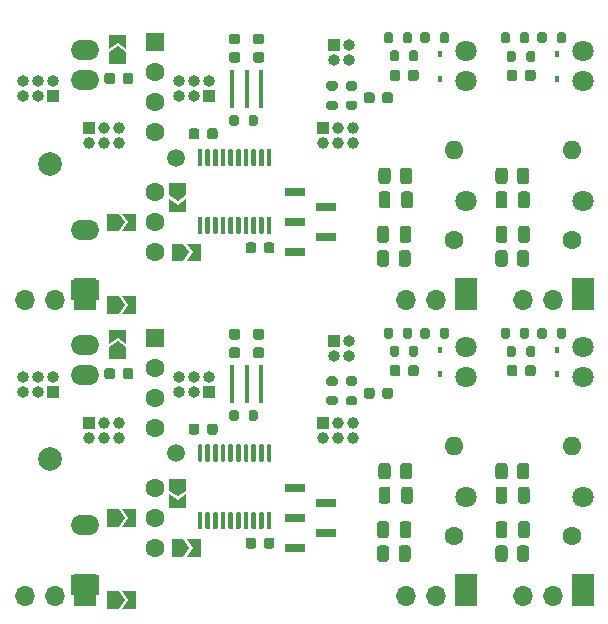
<source format=gbr>
%TF.GenerationSoftware,KiCad,Pcbnew,(5.1.10)-1*%
%TF.CreationDate,2022-01-18T18:17:05+07:00*%
%TF.ProjectId,Power_manager_v3_pnlz1x2,506f7765-725f-46d6-916e-616765725f76,rev?*%
%TF.SameCoordinates,Original*%
%TF.FileFunction,Soldermask,Top*%
%TF.FilePolarity,Negative*%
%FSLAX46Y46*%
G04 Gerber Fmt 4.6, Leading zero omitted, Abs format (unit mm)*
G04 Created by KiCad (PCBNEW (5.1.10)-1) date 2022-01-18 18:17:05*
%MOMM*%
%LPD*%
G01*
G04 APERTURE LIST*
%ADD10R,1.000000X1.000000*%
%ADD11O,1.000000X1.000000*%
%ADD12R,1.900000X2.700000*%
%ADD13O,1.700000X1.700000*%
%ADD14O,2.400000X1.700000*%
%ADD15R,2.400000X1.700000*%
%ADD16R,1.600000X1.600000*%
%ADD17C,1.600000*%
%ADD18C,1.000000*%
%ADD19R,1.800000X0.650000*%
%ADD20R,0.400000X3.200000*%
%ADD21C,0.020000*%
%ADD22C,2.000000*%
%ADD23R,1.800000X1.800000*%
%ADD24C,1.800000*%
%ADD25O,1.600000X1.600000*%
%ADD26C,1.500000*%
%ADD27R,0.450000X0.600000*%
G04 APERTURE END LIST*
D10*
%TO.C,JP4*%
X87540000Y-77632000D03*
D11*
X87540000Y-78902000D03*
X88810000Y-77632000D03*
X88810000Y-78902000D03*
%TD*%
D12*
%TO.C,J1*%
X66458000Y-98714000D03*
D13*
X63918000Y-99222000D03*
X61378000Y-99222000D03*
%TD*%
D12*
%TO.C,J3*%
X98716000Y-98714000D03*
D13*
X96176000Y-99222000D03*
X93636000Y-99222000D03*
%TD*%
D12*
%TO.C,J4*%
X108622000Y-98714000D03*
D13*
X106082000Y-99222000D03*
X103542000Y-99222000D03*
%TD*%
D14*
%TO.C,U1*%
X66458000Y-78013000D03*
X66458000Y-80553000D03*
X66458000Y-93253000D03*
D15*
X66458000Y-98333000D03*
%TD*%
D16*
%TO.C,U4*%
X72427000Y-77378000D03*
D17*
X72427000Y-79918000D03*
X72427000Y-82458000D03*
X72427000Y-84998000D03*
X72436500Y-90078000D03*
X72427000Y-92618000D03*
X72427000Y-95158000D03*
%TD*%
D10*
%TO.C,U7*%
X66839000Y-84617000D03*
D18*
X66839000Y-85887000D03*
X68109000Y-84617000D03*
X68109000Y-85887000D03*
X69379000Y-84617000D03*
X69379000Y-85887000D03*
D10*
X86651000Y-84617000D03*
D18*
X86651000Y-85887000D03*
X87921000Y-84617000D03*
X87921000Y-85887000D03*
X89191000Y-84617000D03*
X89191000Y-85887000D03*
%TD*%
D19*
%TO.C,J5*%
X86938000Y-93888000D03*
X86938000Y-91348000D03*
X84238000Y-95158000D03*
X84238000Y-92618000D03*
X84238000Y-90078000D03*
%TD*%
%TO.C,C5*%
G36*
G01*
X79408000Y-79098000D02*
X78908000Y-79098000D01*
G75*
G02*
X78683000Y-78873000I0J225000D01*
G01*
X78683000Y-78423000D01*
G75*
G02*
X78908000Y-78198000I225000J0D01*
G01*
X79408000Y-78198000D01*
G75*
G02*
X79633000Y-78423000I0J-225000D01*
G01*
X79633000Y-78873000D01*
G75*
G02*
X79408000Y-79098000I-225000J0D01*
G01*
G37*
G36*
G01*
X79408000Y-77548000D02*
X78908000Y-77548000D01*
G75*
G02*
X78683000Y-77323000I0J225000D01*
G01*
X78683000Y-76873000D01*
G75*
G02*
X78908000Y-76648000I225000J0D01*
G01*
X79408000Y-76648000D01*
G75*
G02*
X79633000Y-76873000I0J-225000D01*
G01*
X79633000Y-77323000D01*
G75*
G02*
X79408000Y-77548000I-225000J0D01*
G01*
G37*
%TD*%
%TO.C,R24*%
G36*
G01*
X78695000Y-84257000D02*
X78695000Y-83707000D01*
G75*
G02*
X78895000Y-83507000I200000J0D01*
G01*
X79295000Y-83507000D01*
G75*
G02*
X79495000Y-83707000I0J-200000D01*
G01*
X79495000Y-84257000D01*
G75*
G02*
X79295000Y-84457000I-200000J0D01*
G01*
X78895000Y-84457000D01*
G75*
G02*
X78695000Y-84257000I0J200000D01*
G01*
G37*
G36*
G01*
X80345000Y-84257000D02*
X80345000Y-83707000D01*
G75*
G02*
X80545000Y-83507000I200000J0D01*
G01*
X80945000Y-83507000D01*
G75*
G02*
X81145000Y-83707000I0J-200000D01*
G01*
X81145000Y-84257000D01*
G75*
G02*
X80945000Y-84457000I-200000J0D01*
G01*
X80545000Y-84457000D01*
G75*
G02*
X80345000Y-84257000I0J200000D01*
G01*
G37*
%TD*%
%TO.C,U5*%
G36*
G01*
X81987000Y-86409500D02*
X82187000Y-86409500D01*
G75*
G02*
X82287000Y-86509500I0J-100000D01*
G01*
X82287000Y-87784500D01*
G75*
G02*
X82187000Y-87884500I-100000J0D01*
G01*
X81987000Y-87884500D01*
G75*
G02*
X81887000Y-87784500I0J100000D01*
G01*
X81887000Y-86509500D01*
G75*
G02*
X81987000Y-86409500I100000J0D01*
G01*
G37*
G36*
G01*
X81337000Y-86409500D02*
X81537000Y-86409500D01*
G75*
G02*
X81637000Y-86509500I0J-100000D01*
G01*
X81637000Y-87784500D01*
G75*
G02*
X81537000Y-87884500I-100000J0D01*
G01*
X81337000Y-87884500D01*
G75*
G02*
X81237000Y-87784500I0J100000D01*
G01*
X81237000Y-86509500D01*
G75*
G02*
X81337000Y-86409500I100000J0D01*
G01*
G37*
G36*
G01*
X80687000Y-86409500D02*
X80887000Y-86409500D01*
G75*
G02*
X80987000Y-86509500I0J-100000D01*
G01*
X80987000Y-87784500D01*
G75*
G02*
X80887000Y-87884500I-100000J0D01*
G01*
X80687000Y-87884500D01*
G75*
G02*
X80587000Y-87784500I0J100000D01*
G01*
X80587000Y-86509500D01*
G75*
G02*
X80687000Y-86409500I100000J0D01*
G01*
G37*
G36*
G01*
X80037000Y-86409500D02*
X80237000Y-86409500D01*
G75*
G02*
X80337000Y-86509500I0J-100000D01*
G01*
X80337000Y-87784500D01*
G75*
G02*
X80237000Y-87884500I-100000J0D01*
G01*
X80037000Y-87884500D01*
G75*
G02*
X79937000Y-87784500I0J100000D01*
G01*
X79937000Y-86509500D01*
G75*
G02*
X80037000Y-86409500I100000J0D01*
G01*
G37*
G36*
G01*
X79387000Y-86409500D02*
X79587000Y-86409500D01*
G75*
G02*
X79687000Y-86509500I0J-100000D01*
G01*
X79687000Y-87784500D01*
G75*
G02*
X79587000Y-87884500I-100000J0D01*
G01*
X79387000Y-87884500D01*
G75*
G02*
X79287000Y-87784500I0J100000D01*
G01*
X79287000Y-86509500D01*
G75*
G02*
X79387000Y-86409500I100000J0D01*
G01*
G37*
G36*
G01*
X78737000Y-86409500D02*
X78937000Y-86409500D01*
G75*
G02*
X79037000Y-86509500I0J-100000D01*
G01*
X79037000Y-87784500D01*
G75*
G02*
X78937000Y-87884500I-100000J0D01*
G01*
X78737000Y-87884500D01*
G75*
G02*
X78637000Y-87784500I0J100000D01*
G01*
X78637000Y-86509500D01*
G75*
G02*
X78737000Y-86409500I100000J0D01*
G01*
G37*
G36*
G01*
X78087000Y-86409500D02*
X78287000Y-86409500D01*
G75*
G02*
X78387000Y-86509500I0J-100000D01*
G01*
X78387000Y-87784500D01*
G75*
G02*
X78287000Y-87884500I-100000J0D01*
G01*
X78087000Y-87884500D01*
G75*
G02*
X77987000Y-87784500I0J100000D01*
G01*
X77987000Y-86509500D01*
G75*
G02*
X78087000Y-86409500I100000J0D01*
G01*
G37*
G36*
G01*
X77437000Y-86409500D02*
X77637000Y-86409500D01*
G75*
G02*
X77737000Y-86509500I0J-100000D01*
G01*
X77737000Y-87784500D01*
G75*
G02*
X77637000Y-87884500I-100000J0D01*
G01*
X77437000Y-87884500D01*
G75*
G02*
X77337000Y-87784500I0J100000D01*
G01*
X77337000Y-86509500D01*
G75*
G02*
X77437000Y-86409500I100000J0D01*
G01*
G37*
G36*
G01*
X76787000Y-86409500D02*
X76987000Y-86409500D01*
G75*
G02*
X77087000Y-86509500I0J-100000D01*
G01*
X77087000Y-87784500D01*
G75*
G02*
X76987000Y-87884500I-100000J0D01*
G01*
X76787000Y-87884500D01*
G75*
G02*
X76687000Y-87784500I0J100000D01*
G01*
X76687000Y-86509500D01*
G75*
G02*
X76787000Y-86409500I100000J0D01*
G01*
G37*
G36*
G01*
X76137000Y-86409500D02*
X76337000Y-86409500D01*
G75*
G02*
X76437000Y-86509500I0J-100000D01*
G01*
X76437000Y-87784500D01*
G75*
G02*
X76337000Y-87884500I-100000J0D01*
G01*
X76137000Y-87884500D01*
G75*
G02*
X76037000Y-87784500I0J100000D01*
G01*
X76037000Y-86509500D01*
G75*
G02*
X76137000Y-86409500I100000J0D01*
G01*
G37*
G36*
G01*
X76137000Y-92134500D02*
X76337000Y-92134500D01*
G75*
G02*
X76437000Y-92234500I0J-100000D01*
G01*
X76437000Y-93509500D01*
G75*
G02*
X76337000Y-93609500I-100000J0D01*
G01*
X76137000Y-93609500D01*
G75*
G02*
X76037000Y-93509500I0J100000D01*
G01*
X76037000Y-92234500D01*
G75*
G02*
X76137000Y-92134500I100000J0D01*
G01*
G37*
G36*
G01*
X76787000Y-92134500D02*
X76987000Y-92134500D01*
G75*
G02*
X77087000Y-92234500I0J-100000D01*
G01*
X77087000Y-93509500D01*
G75*
G02*
X76987000Y-93609500I-100000J0D01*
G01*
X76787000Y-93609500D01*
G75*
G02*
X76687000Y-93509500I0J100000D01*
G01*
X76687000Y-92234500D01*
G75*
G02*
X76787000Y-92134500I100000J0D01*
G01*
G37*
G36*
G01*
X77437000Y-92134500D02*
X77637000Y-92134500D01*
G75*
G02*
X77737000Y-92234500I0J-100000D01*
G01*
X77737000Y-93509500D01*
G75*
G02*
X77637000Y-93609500I-100000J0D01*
G01*
X77437000Y-93609500D01*
G75*
G02*
X77337000Y-93509500I0J100000D01*
G01*
X77337000Y-92234500D01*
G75*
G02*
X77437000Y-92134500I100000J0D01*
G01*
G37*
G36*
G01*
X78087000Y-92134500D02*
X78287000Y-92134500D01*
G75*
G02*
X78387000Y-92234500I0J-100000D01*
G01*
X78387000Y-93509500D01*
G75*
G02*
X78287000Y-93609500I-100000J0D01*
G01*
X78087000Y-93609500D01*
G75*
G02*
X77987000Y-93509500I0J100000D01*
G01*
X77987000Y-92234500D01*
G75*
G02*
X78087000Y-92134500I100000J0D01*
G01*
G37*
G36*
G01*
X78737000Y-92134500D02*
X78937000Y-92134500D01*
G75*
G02*
X79037000Y-92234500I0J-100000D01*
G01*
X79037000Y-93509500D01*
G75*
G02*
X78937000Y-93609500I-100000J0D01*
G01*
X78737000Y-93609500D01*
G75*
G02*
X78637000Y-93509500I0J100000D01*
G01*
X78637000Y-92234500D01*
G75*
G02*
X78737000Y-92134500I100000J0D01*
G01*
G37*
G36*
G01*
X79387000Y-92134500D02*
X79587000Y-92134500D01*
G75*
G02*
X79687000Y-92234500I0J-100000D01*
G01*
X79687000Y-93509500D01*
G75*
G02*
X79587000Y-93609500I-100000J0D01*
G01*
X79387000Y-93609500D01*
G75*
G02*
X79287000Y-93509500I0J100000D01*
G01*
X79287000Y-92234500D01*
G75*
G02*
X79387000Y-92134500I100000J0D01*
G01*
G37*
G36*
G01*
X80037000Y-92134500D02*
X80237000Y-92134500D01*
G75*
G02*
X80337000Y-92234500I0J-100000D01*
G01*
X80337000Y-93509500D01*
G75*
G02*
X80237000Y-93609500I-100000J0D01*
G01*
X80037000Y-93609500D01*
G75*
G02*
X79937000Y-93509500I0J100000D01*
G01*
X79937000Y-92234500D01*
G75*
G02*
X80037000Y-92134500I100000J0D01*
G01*
G37*
G36*
G01*
X80687000Y-92134500D02*
X80887000Y-92134500D01*
G75*
G02*
X80987000Y-92234500I0J-100000D01*
G01*
X80987000Y-93509500D01*
G75*
G02*
X80887000Y-93609500I-100000J0D01*
G01*
X80687000Y-93609500D01*
G75*
G02*
X80587000Y-93509500I0J100000D01*
G01*
X80587000Y-92234500D01*
G75*
G02*
X80687000Y-92134500I100000J0D01*
G01*
G37*
G36*
G01*
X81337000Y-92134500D02*
X81537000Y-92134500D01*
G75*
G02*
X81637000Y-92234500I0J-100000D01*
G01*
X81637000Y-93509500D01*
G75*
G02*
X81537000Y-93609500I-100000J0D01*
G01*
X81337000Y-93609500D01*
G75*
G02*
X81237000Y-93509500I0J100000D01*
G01*
X81237000Y-92234500D01*
G75*
G02*
X81337000Y-92134500I100000J0D01*
G01*
G37*
G36*
G01*
X81987000Y-92134500D02*
X82187000Y-92134500D01*
G75*
G02*
X82287000Y-92234500I0J-100000D01*
G01*
X82287000Y-93509500D01*
G75*
G02*
X82187000Y-93609500I-100000J0D01*
G01*
X81987000Y-93609500D01*
G75*
G02*
X81887000Y-93509500I0J100000D01*
G01*
X81887000Y-92234500D01*
G75*
G02*
X81987000Y-92134500I100000J0D01*
G01*
G37*
%TD*%
D20*
%TO.C,Y1*%
X81374000Y-81315000D03*
X80174000Y-81315000D03*
X78974000Y-81315000D03*
%TD*%
%TO.C,C7*%
G36*
G01*
X90112000Y-82327000D02*
X90112000Y-81827000D01*
G75*
G02*
X90337000Y-81602000I225000J0D01*
G01*
X90787000Y-81602000D01*
G75*
G02*
X91012000Y-81827000I0J-225000D01*
G01*
X91012000Y-82327000D01*
G75*
G02*
X90787000Y-82552000I-225000J0D01*
G01*
X90337000Y-82552000D01*
G75*
G02*
X90112000Y-82327000I0J225000D01*
G01*
G37*
G36*
G01*
X91662000Y-82327000D02*
X91662000Y-81827000D01*
G75*
G02*
X91887000Y-81602000I225000J0D01*
G01*
X92337000Y-81602000D01*
G75*
G02*
X92562000Y-81827000I0J-225000D01*
G01*
X92562000Y-82327000D01*
G75*
G02*
X92337000Y-82552000I-225000J0D01*
G01*
X91887000Y-82552000D01*
G75*
G02*
X91662000Y-82327000I0J225000D01*
G01*
G37*
%TD*%
%TO.C,C15*%
G36*
G01*
X80092000Y-95027000D02*
X80092000Y-94527000D01*
G75*
G02*
X80317000Y-94302000I225000J0D01*
G01*
X80767000Y-94302000D01*
G75*
G02*
X80992000Y-94527000I0J-225000D01*
G01*
X80992000Y-95027000D01*
G75*
G02*
X80767000Y-95252000I-225000J0D01*
G01*
X80317000Y-95252000D01*
G75*
G02*
X80092000Y-95027000I0J225000D01*
G01*
G37*
G36*
G01*
X81642000Y-95027000D02*
X81642000Y-94527000D01*
G75*
G02*
X81867000Y-94302000I225000J0D01*
G01*
X82317000Y-94302000D01*
G75*
G02*
X82542000Y-94527000I0J-225000D01*
G01*
X82542000Y-95027000D01*
G75*
G02*
X82317000Y-95252000I-225000J0D01*
G01*
X81867000Y-95252000D01*
G75*
G02*
X81642000Y-95027000I0J225000D01*
G01*
G37*
%TD*%
D21*
%TO.C,JP3*%
G36*
X70002000Y-76751000D02*
G01*
X70002000Y-77901000D01*
X69252000Y-77401000D01*
X68502000Y-77901000D01*
X68502000Y-76751000D01*
X70002000Y-76751000D01*
G37*
G36*
X69252000Y-77701000D02*
G01*
X70002000Y-78201000D01*
X70002000Y-79201000D01*
X68502000Y-79201000D01*
X68502000Y-78201000D01*
X69252000Y-77701000D01*
G37*
%TD*%
%TO.C,JP5*%
G36*
X73582000Y-91774000D02*
G01*
X73582000Y-90624000D01*
X74332000Y-91124000D01*
X75082000Y-90624000D01*
X75082000Y-91774000D01*
X73582000Y-91774000D01*
G37*
G36*
X74332000Y-90824000D02*
G01*
X73582000Y-90324000D01*
X73582000Y-89324000D01*
X75082000Y-89324000D01*
X75082000Y-90324000D01*
X74332000Y-90824000D01*
G37*
%TD*%
%TO.C,JP6*%
G36*
X76282000Y-95908000D02*
G01*
X75132000Y-95908000D01*
X75632000Y-95158000D01*
X75132000Y-94408000D01*
X76282000Y-94408000D01*
X76282000Y-95908000D01*
G37*
G36*
X75332000Y-95158000D02*
G01*
X74832000Y-95908000D01*
X73832000Y-95908000D01*
X73832000Y-94408000D01*
X74832000Y-94408000D01*
X75332000Y-95158000D01*
G37*
%TD*%
D22*
%TO.C,GND1*%
X63537000Y-87665000D03*
%TD*%
%TO.C,C4*%
G36*
G01*
X81440000Y-79098000D02*
X80940000Y-79098000D01*
G75*
G02*
X80715000Y-78873000I0J225000D01*
G01*
X80715000Y-78423000D01*
G75*
G02*
X80940000Y-78198000I225000J0D01*
G01*
X81440000Y-78198000D01*
G75*
G02*
X81665000Y-78423000I0J-225000D01*
G01*
X81665000Y-78873000D01*
G75*
G02*
X81440000Y-79098000I-225000J0D01*
G01*
G37*
G36*
G01*
X81440000Y-77548000D02*
X80940000Y-77548000D01*
G75*
G02*
X80715000Y-77323000I0J225000D01*
G01*
X80715000Y-76873000D01*
G75*
G02*
X80940000Y-76648000I225000J0D01*
G01*
X81440000Y-76648000D01*
G75*
G02*
X81665000Y-76873000I0J-225000D01*
G01*
X81665000Y-77323000D01*
G75*
G02*
X81440000Y-77548000I-225000J0D01*
G01*
G37*
%TD*%
%TO.C,R18*%
G36*
G01*
X94068500Y-95215999D02*
X94068500Y-96116001D01*
G75*
G02*
X93818501Y-96366000I-249999J0D01*
G01*
X93293499Y-96366000D01*
G75*
G02*
X93043500Y-96116001I0J249999D01*
G01*
X93043500Y-95215999D01*
G75*
G02*
X93293499Y-94966000I249999J0D01*
G01*
X93818501Y-94966000D01*
G75*
G02*
X94068500Y-95215999I0J-249999D01*
G01*
G37*
G36*
G01*
X92243500Y-95215999D02*
X92243500Y-96116001D01*
G75*
G02*
X91993501Y-96366000I-249999J0D01*
G01*
X91468499Y-96366000D01*
G75*
G02*
X91218500Y-96116001I0J249999D01*
G01*
X91218500Y-95215999D01*
G75*
G02*
X91468499Y-94966000I249999J0D01*
G01*
X91993501Y-94966000D01*
G75*
G02*
X92243500Y-95215999I0J-249999D01*
G01*
G37*
%TD*%
%TO.C,R19*%
G36*
G01*
X94195500Y-88230999D02*
X94195500Y-89131001D01*
G75*
G02*
X93945501Y-89381000I-249999J0D01*
G01*
X93420499Y-89381000D01*
G75*
G02*
X93170500Y-89131001I0J249999D01*
G01*
X93170500Y-88230999D01*
G75*
G02*
X93420499Y-87981000I249999J0D01*
G01*
X93945501Y-87981000D01*
G75*
G02*
X94195500Y-88230999I0J-249999D01*
G01*
G37*
G36*
G01*
X92370500Y-88230999D02*
X92370500Y-89131001D01*
G75*
G02*
X92120501Y-89381000I-249999J0D01*
G01*
X91595499Y-89381000D01*
G75*
G02*
X91345500Y-89131001I0J249999D01*
G01*
X91345500Y-88230999D01*
G75*
G02*
X91595499Y-87981000I249999J0D01*
G01*
X92120501Y-87981000D01*
G75*
G02*
X92370500Y-88230999I0J-249999D01*
G01*
G37*
%TD*%
%TO.C,R20*%
G36*
G01*
X102276500Y-95215999D02*
X102276500Y-96116001D01*
G75*
G02*
X102026501Y-96366000I-249999J0D01*
G01*
X101501499Y-96366000D01*
G75*
G02*
X101251500Y-96116001I0J249999D01*
G01*
X101251500Y-95215999D01*
G75*
G02*
X101501499Y-94966000I249999J0D01*
G01*
X102026501Y-94966000D01*
G75*
G02*
X102276500Y-95215999I0J-249999D01*
G01*
G37*
G36*
G01*
X104101500Y-95215999D02*
X104101500Y-96116001D01*
G75*
G02*
X103851501Y-96366000I-249999J0D01*
G01*
X103326499Y-96366000D01*
G75*
G02*
X103076500Y-96116001I0J249999D01*
G01*
X103076500Y-95215999D01*
G75*
G02*
X103326499Y-94966000I249999J0D01*
G01*
X103851501Y-94966000D01*
G75*
G02*
X104101500Y-95215999I0J-249999D01*
G01*
G37*
%TD*%
%TO.C,R21*%
G36*
G01*
X104101500Y-88230999D02*
X104101500Y-89131001D01*
G75*
G02*
X103851501Y-89381000I-249999J0D01*
G01*
X103326499Y-89381000D01*
G75*
G02*
X103076500Y-89131001I0J249999D01*
G01*
X103076500Y-88230999D01*
G75*
G02*
X103326499Y-87981000I249999J0D01*
G01*
X103851501Y-87981000D01*
G75*
G02*
X104101500Y-88230999I0J-249999D01*
G01*
G37*
G36*
G01*
X102276500Y-88230999D02*
X102276500Y-89131001D01*
G75*
G02*
X102026501Y-89381000I-249999J0D01*
G01*
X101501499Y-89381000D01*
G75*
G02*
X101251500Y-89131001I0J249999D01*
G01*
X101251500Y-88230999D01*
G75*
G02*
X101501499Y-87981000I249999J0D01*
G01*
X102026501Y-87981000D01*
G75*
G02*
X102276500Y-88230999I0J-249999D01*
G01*
G37*
%TD*%
D23*
%TO.C,U2*%
X98716000Y-98460000D03*
D24*
X98716000Y-90840000D03*
X98716000Y-80680000D03*
X98716000Y-78140000D03*
%TD*%
D21*
%TO.C,JP2*%
G36*
X70821000Y-93368000D02*
G01*
X69671000Y-93368000D01*
X70171000Y-92618000D01*
X69671000Y-91868000D01*
X70821000Y-91868000D01*
X70821000Y-93368000D01*
G37*
G36*
X69871000Y-92618000D02*
G01*
X69371000Y-93368000D01*
X68371000Y-93368000D01*
X68371000Y-91868000D01*
X69371000Y-91868000D01*
X69871000Y-92618000D01*
G37*
%TD*%
%TO.C,R23*%
G36*
G01*
X87138000Y-80661000D02*
X87688000Y-80661000D01*
G75*
G02*
X87888000Y-80861000I0J-200000D01*
G01*
X87888000Y-81261000D01*
G75*
G02*
X87688000Y-81461000I-200000J0D01*
G01*
X87138000Y-81461000D01*
G75*
G02*
X86938000Y-81261000I0J200000D01*
G01*
X86938000Y-80861000D01*
G75*
G02*
X87138000Y-80661000I200000J0D01*
G01*
G37*
G36*
G01*
X87138000Y-82311000D02*
X87688000Y-82311000D01*
G75*
G02*
X87888000Y-82511000I0J-200000D01*
G01*
X87888000Y-82911000D01*
G75*
G02*
X87688000Y-83111000I-200000J0D01*
G01*
X87138000Y-83111000D01*
G75*
G02*
X86938000Y-82911000I0J200000D01*
G01*
X86938000Y-82511000D01*
G75*
G02*
X87138000Y-82311000I200000J0D01*
G01*
G37*
%TD*%
%TO.C,R25*%
G36*
G01*
X89339000Y-83112000D02*
X88789000Y-83112000D01*
G75*
G02*
X88589000Y-82912000I0J200000D01*
G01*
X88589000Y-82512000D01*
G75*
G02*
X88789000Y-82312000I200000J0D01*
G01*
X89339000Y-82312000D01*
G75*
G02*
X89539000Y-82512000I0J-200000D01*
G01*
X89539000Y-82912000D01*
G75*
G02*
X89339000Y-83112000I-200000J0D01*
G01*
G37*
G36*
G01*
X89339000Y-81462000D02*
X88789000Y-81462000D01*
G75*
G02*
X88589000Y-81262000I0J200000D01*
G01*
X88589000Y-80862000D01*
G75*
G02*
X88789000Y-80662000I200000J0D01*
G01*
X89339000Y-80662000D01*
G75*
G02*
X89539000Y-80862000I0J-200000D01*
G01*
X89539000Y-81262000D01*
G75*
G02*
X89339000Y-81462000I-200000J0D01*
G01*
G37*
%TD*%
D17*
%TO.C,F1*%
X97700000Y-94142000D03*
D25*
X97700000Y-86522000D03*
%TD*%
D26*
%TO.C,KP1*%
X74205000Y-87157000D03*
%TD*%
%TO.C,C17*%
G36*
G01*
X75279000Y-85375000D02*
X75279000Y-84875000D01*
G75*
G02*
X75504000Y-84650000I225000J0D01*
G01*
X75954000Y-84650000D01*
G75*
G02*
X76179000Y-84875000I0J-225000D01*
G01*
X76179000Y-85375000D01*
G75*
G02*
X75954000Y-85600000I-225000J0D01*
G01*
X75504000Y-85600000D01*
G75*
G02*
X75279000Y-85375000I0J225000D01*
G01*
G37*
G36*
G01*
X76829000Y-85375000D02*
X76829000Y-84875000D01*
G75*
G02*
X77054000Y-84650000I225000J0D01*
G01*
X77504000Y-84650000D01*
G75*
G02*
X77729000Y-84875000I0J-225000D01*
G01*
X77729000Y-85375000D01*
G75*
G02*
X77504000Y-85600000I-225000J0D01*
G01*
X77054000Y-85600000D01*
G75*
G02*
X76829000Y-85375000I0J225000D01*
G01*
G37*
%TD*%
D10*
%TO.C,J6*%
X76999000Y-81950000D03*
D11*
X76999000Y-80680000D03*
X75729000Y-81950000D03*
X75729000Y-80680000D03*
X74459000Y-81950000D03*
X74459000Y-80680000D03*
%TD*%
%TO.C,R6*%
G36*
G01*
X94733500Y-78246000D02*
X94733500Y-78796000D01*
G75*
G02*
X94533500Y-78996000I-200000J0D01*
G01*
X94133500Y-78996000D01*
G75*
G02*
X93933500Y-78796000I0J200000D01*
G01*
X93933500Y-78246000D01*
G75*
G02*
X94133500Y-78046000I200000J0D01*
G01*
X94533500Y-78046000D01*
G75*
G02*
X94733500Y-78246000I0J-200000D01*
G01*
G37*
G36*
G01*
X93083500Y-78246000D02*
X93083500Y-78796000D01*
G75*
G02*
X92883500Y-78996000I-200000J0D01*
G01*
X92483500Y-78996000D01*
G75*
G02*
X92283500Y-78796000I0J200000D01*
G01*
X92283500Y-78246000D01*
G75*
G02*
X92483500Y-78046000I200000J0D01*
G01*
X92883500Y-78046000D01*
G75*
G02*
X93083500Y-78246000I0J-200000D01*
G01*
G37*
%TD*%
%TO.C,R8*%
G36*
G01*
X104793000Y-77272000D02*
X104793000Y-76722000D01*
G75*
G02*
X104993000Y-76522000I200000J0D01*
G01*
X105393000Y-76522000D01*
G75*
G02*
X105593000Y-76722000I0J-200000D01*
G01*
X105593000Y-77272000D01*
G75*
G02*
X105393000Y-77472000I-200000J0D01*
G01*
X104993000Y-77472000D01*
G75*
G02*
X104793000Y-77272000I0J200000D01*
G01*
G37*
G36*
G01*
X106443000Y-77272000D02*
X106443000Y-76722000D01*
G75*
G02*
X106643000Y-76522000I200000J0D01*
G01*
X107043000Y-76522000D01*
G75*
G02*
X107243000Y-76722000I0J-200000D01*
G01*
X107243000Y-77272000D01*
G75*
G02*
X107043000Y-77472000I-200000J0D01*
G01*
X106643000Y-77472000D01*
G75*
G02*
X106443000Y-77272000I0J200000D01*
G01*
G37*
%TD*%
%TO.C,R9*%
G36*
G01*
X104639500Y-78284100D02*
X104639500Y-78834100D01*
G75*
G02*
X104439500Y-79034100I-200000J0D01*
G01*
X104039500Y-79034100D01*
G75*
G02*
X103839500Y-78834100I0J200000D01*
G01*
X103839500Y-78284100D01*
G75*
G02*
X104039500Y-78084100I200000J0D01*
G01*
X104439500Y-78084100D01*
G75*
G02*
X104639500Y-78284100I0J-200000D01*
G01*
G37*
G36*
G01*
X102989500Y-78284100D02*
X102989500Y-78834100D01*
G75*
G02*
X102789500Y-79034100I-200000J0D01*
G01*
X102389500Y-79034100D01*
G75*
G02*
X102189500Y-78834100I0J200000D01*
G01*
X102189500Y-78284100D01*
G75*
G02*
X102389500Y-78084100I200000J0D01*
G01*
X102789500Y-78084100D01*
G75*
G02*
X102989500Y-78284100I0J-200000D01*
G01*
G37*
%TD*%
%TO.C,C9*%
G36*
G01*
X94131000Y-93159000D02*
X94131000Y-94109000D01*
G75*
G02*
X93881000Y-94359000I-250000J0D01*
G01*
X93381000Y-94359000D01*
G75*
G02*
X93131000Y-94109000I0J250000D01*
G01*
X93131000Y-93159000D01*
G75*
G02*
X93381000Y-92909000I250000J0D01*
G01*
X93881000Y-92909000D01*
G75*
G02*
X94131000Y-93159000I0J-250000D01*
G01*
G37*
G36*
G01*
X92231000Y-93159000D02*
X92231000Y-94109000D01*
G75*
G02*
X91981000Y-94359000I-250000J0D01*
G01*
X91481000Y-94359000D01*
G75*
G02*
X91231000Y-94109000I0J250000D01*
G01*
X91231000Y-93159000D01*
G75*
G02*
X91481000Y-92909000I250000J0D01*
G01*
X91981000Y-92909000D01*
G75*
G02*
X92231000Y-93159000I0J-250000D01*
G01*
G37*
%TD*%
%TO.C,C10*%
G36*
G01*
X91363000Y-91188000D02*
X91363000Y-90238000D01*
G75*
G02*
X91613000Y-89988000I250000J0D01*
G01*
X92113000Y-89988000D01*
G75*
G02*
X92363000Y-90238000I0J-250000D01*
G01*
X92363000Y-91188000D01*
G75*
G02*
X92113000Y-91438000I-250000J0D01*
G01*
X91613000Y-91438000D01*
G75*
G02*
X91363000Y-91188000I0J250000D01*
G01*
G37*
G36*
G01*
X93263000Y-91188000D02*
X93263000Y-90238000D01*
G75*
G02*
X93513000Y-89988000I250000J0D01*
G01*
X94013000Y-89988000D01*
G75*
G02*
X94263000Y-90238000I0J-250000D01*
G01*
X94263000Y-91188000D01*
G75*
G02*
X94013000Y-91438000I-250000J0D01*
G01*
X93513000Y-91438000D01*
G75*
G02*
X93263000Y-91188000I0J250000D01*
G01*
G37*
%TD*%
%TO.C,C11*%
G36*
G01*
X104169000Y-93159000D02*
X104169000Y-94109000D01*
G75*
G02*
X103919000Y-94359000I-250000J0D01*
G01*
X103419000Y-94359000D01*
G75*
G02*
X103169000Y-94109000I0J250000D01*
G01*
X103169000Y-93159000D01*
G75*
G02*
X103419000Y-92909000I250000J0D01*
G01*
X103919000Y-92909000D01*
G75*
G02*
X104169000Y-93159000I0J-250000D01*
G01*
G37*
G36*
G01*
X102269000Y-93159000D02*
X102269000Y-94109000D01*
G75*
G02*
X102019000Y-94359000I-250000J0D01*
G01*
X101519000Y-94359000D01*
G75*
G02*
X101269000Y-94109000I0J250000D01*
G01*
X101269000Y-93159000D01*
G75*
G02*
X101519000Y-92909000I250000J0D01*
G01*
X102019000Y-92909000D01*
G75*
G02*
X102269000Y-93159000I0J-250000D01*
G01*
G37*
%TD*%
%TO.C,C12*%
G36*
G01*
X101264000Y-91188000D02*
X101264000Y-90238000D01*
G75*
G02*
X101514000Y-89988000I250000J0D01*
G01*
X102014000Y-89988000D01*
G75*
G02*
X102264000Y-90238000I0J-250000D01*
G01*
X102264000Y-91188000D01*
G75*
G02*
X102014000Y-91438000I-250000J0D01*
G01*
X101514000Y-91438000D01*
G75*
G02*
X101264000Y-91188000I0J250000D01*
G01*
G37*
G36*
G01*
X103164000Y-91188000D02*
X103164000Y-90238000D01*
G75*
G02*
X103414000Y-89988000I250000J0D01*
G01*
X103914000Y-89988000D01*
G75*
G02*
X104164000Y-90238000I0J-250000D01*
G01*
X104164000Y-91188000D01*
G75*
G02*
X103914000Y-91438000I-250000J0D01*
G01*
X103414000Y-91438000D01*
G75*
G02*
X103164000Y-91188000I0J250000D01*
G01*
G37*
%TD*%
D17*
%TO.C,F2*%
X107733000Y-94142000D03*
D25*
X107733000Y-86522000D03*
%TD*%
D10*
%TO.C,J2*%
X63791000Y-81950000D03*
D11*
X63791000Y-80680000D03*
X62521000Y-81950000D03*
X62521000Y-80680000D03*
X61251000Y-81950000D03*
X61251000Y-80680000D03*
%TD*%
D21*
%TO.C,JP1*%
G36*
X70821000Y-100353000D02*
G01*
X69671000Y-100353000D01*
X70171000Y-99603000D01*
X69671000Y-98853000D01*
X70821000Y-98853000D01*
X70821000Y-100353000D01*
G37*
G36*
X69871000Y-99603000D02*
G01*
X69371000Y-100353000D01*
X68371000Y-100353000D01*
X68371000Y-98853000D01*
X69371000Y-98853000D01*
X69871000Y-99603000D01*
G37*
%TD*%
D23*
%TO.C,U3*%
X108622000Y-98460000D03*
D24*
X108622000Y-90840000D03*
X108622000Y-80680000D03*
X108622000Y-78140000D03*
%TD*%
%TO.C,C3*%
G36*
G01*
X70591000Y-80176000D02*
X70591000Y-80676000D01*
G75*
G02*
X70366000Y-80901000I-225000J0D01*
G01*
X69916000Y-80901000D01*
G75*
G02*
X69691000Y-80676000I0J225000D01*
G01*
X69691000Y-80176000D01*
G75*
G02*
X69916000Y-79951000I225000J0D01*
G01*
X70366000Y-79951000D01*
G75*
G02*
X70591000Y-80176000I0J-225000D01*
G01*
G37*
G36*
G01*
X69041000Y-80176000D02*
X69041000Y-80676000D01*
G75*
G02*
X68816000Y-80901000I-225000J0D01*
G01*
X68366000Y-80901000D01*
G75*
G02*
X68141000Y-80676000I0J225000D01*
G01*
X68141000Y-80176000D01*
G75*
G02*
X68366000Y-79951000I225000J0D01*
G01*
X68816000Y-79951000D01*
G75*
G02*
X69041000Y-80176000I0J-225000D01*
G01*
G37*
%TD*%
%TO.C,C1*%
G36*
G01*
X92297000Y-80422000D02*
X92297000Y-79922000D01*
G75*
G02*
X92522000Y-79697000I225000J0D01*
G01*
X92972000Y-79697000D01*
G75*
G02*
X93197000Y-79922000I0J-225000D01*
G01*
X93197000Y-80422000D01*
G75*
G02*
X92972000Y-80647000I-225000J0D01*
G01*
X92522000Y-80647000D01*
G75*
G02*
X92297000Y-80422000I0J225000D01*
G01*
G37*
G36*
G01*
X93847000Y-80422000D02*
X93847000Y-79922000D01*
G75*
G02*
X94072000Y-79697000I225000J0D01*
G01*
X94522000Y-79697000D01*
G75*
G02*
X94747000Y-79922000I0J-225000D01*
G01*
X94747000Y-80422000D01*
G75*
G02*
X94522000Y-80647000I-225000J0D01*
G01*
X94072000Y-80647000D01*
G75*
G02*
X93847000Y-80422000I0J225000D01*
G01*
G37*
%TD*%
%TO.C,C2*%
G36*
G01*
X102203000Y-80422000D02*
X102203000Y-79922000D01*
G75*
G02*
X102428000Y-79697000I225000J0D01*
G01*
X102878000Y-79697000D01*
G75*
G02*
X103103000Y-79922000I0J-225000D01*
G01*
X103103000Y-80422000D01*
G75*
G02*
X102878000Y-80647000I-225000J0D01*
G01*
X102428000Y-80647000D01*
G75*
G02*
X102203000Y-80422000I0J225000D01*
G01*
G37*
G36*
G01*
X103753000Y-80422000D02*
X103753000Y-79922000D01*
G75*
G02*
X103978000Y-79697000I225000J0D01*
G01*
X104428000Y-79697000D01*
G75*
G02*
X104653000Y-79922000I0J-225000D01*
G01*
X104653000Y-80422000D01*
G75*
G02*
X104428000Y-80647000I-225000J0D01*
G01*
X103978000Y-80647000D01*
G75*
G02*
X103753000Y-80422000I0J225000D01*
G01*
G37*
%TD*%
D27*
%TO.C,D3*%
X96557000Y-80494000D03*
X96557000Y-78394000D03*
%TD*%
%TO.C,D4*%
X106463000Y-80494000D03*
X106463000Y-78394000D03*
%TD*%
%TO.C,R1*%
G36*
G01*
X94225500Y-76722000D02*
X94225500Y-77272000D01*
G75*
G02*
X94025500Y-77472000I-200000J0D01*
G01*
X93625500Y-77472000D01*
G75*
G02*
X93425500Y-77272000I0J200000D01*
G01*
X93425500Y-76722000D01*
G75*
G02*
X93625500Y-76522000I200000J0D01*
G01*
X94025500Y-76522000D01*
G75*
G02*
X94225500Y-76722000I0J-200000D01*
G01*
G37*
G36*
G01*
X92575500Y-76722000D02*
X92575500Y-77272000D01*
G75*
G02*
X92375500Y-77472000I-200000J0D01*
G01*
X91975500Y-77472000D01*
G75*
G02*
X91775500Y-77272000I0J200000D01*
G01*
X91775500Y-76722000D01*
G75*
G02*
X91975500Y-76522000I200000J0D01*
G01*
X92375500Y-76522000D01*
G75*
G02*
X92575500Y-76722000I0J-200000D01*
G01*
G37*
%TD*%
%TO.C,R2*%
G36*
G01*
X104131500Y-76722000D02*
X104131500Y-77272000D01*
G75*
G02*
X103931500Y-77472000I-200000J0D01*
G01*
X103531500Y-77472000D01*
G75*
G02*
X103331500Y-77272000I0J200000D01*
G01*
X103331500Y-76722000D01*
G75*
G02*
X103531500Y-76522000I200000J0D01*
G01*
X103931500Y-76522000D01*
G75*
G02*
X104131500Y-76722000I0J-200000D01*
G01*
G37*
G36*
G01*
X102481500Y-76722000D02*
X102481500Y-77272000D01*
G75*
G02*
X102281500Y-77472000I-200000J0D01*
G01*
X101881500Y-77472000D01*
G75*
G02*
X101681500Y-77272000I0J200000D01*
G01*
X101681500Y-76722000D01*
G75*
G02*
X101881500Y-76522000I200000J0D01*
G01*
X102281500Y-76522000D01*
G75*
G02*
X102481500Y-76722000I0J-200000D01*
G01*
G37*
%TD*%
%TO.C,R5*%
G36*
G01*
X94887000Y-77272000D02*
X94887000Y-76722000D01*
G75*
G02*
X95087000Y-76522000I200000J0D01*
G01*
X95487000Y-76522000D01*
G75*
G02*
X95687000Y-76722000I0J-200000D01*
G01*
X95687000Y-77272000D01*
G75*
G02*
X95487000Y-77472000I-200000J0D01*
G01*
X95087000Y-77472000D01*
G75*
G02*
X94887000Y-77272000I0J200000D01*
G01*
G37*
G36*
G01*
X96537000Y-77272000D02*
X96537000Y-76722000D01*
G75*
G02*
X96737000Y-76522000I200000J0D01*
G01*
X97137000Y-76522000D01*
G75*
G02*
X97337000Y-76722000I0J-200000D01*
G01*
X97337000Y-77272000D01*
G75*
G02*
X97137000Y-77472000I-200000J0D01*
G01*
X96737000Y-77472000D01*
G75*
G02*
X96537000Y-77272000I0J200000D01*
G01*
G37*
%TD*%
D19*
%TO.C,J5*%
X84238000Y-65078000D03*
X84238000Y-67618000D03*
X84238000Y-70158000D03*
X86938000Y-66348000D03*
X86938000Y-68888000D03*
%TD*%
D18*
%TO.C,U7*%
X89191000Y-60887000D03*
X89191000Y-59617000D03*
X87921000Y-60887000D03*
X87921000Y-59617000D03*
X86651000Y-60887000D03*
D10*
X86651000Y-59617000D03*
D18*
X69379000Y-60887000D03*
X69379000Y-59617000D03*
X68109000Y-60887000D03*
X68109000Y-59617000D03*
X66839000Y-60887000D03*
D10*
X66839000Y-59617000D03*
%TD*%
D17*
%TO.C,U4*%
X72427000Y-70158000D03*
X72427000Y-67618000D03*
X72436500Y-65078000D03*
X72427000Y-59998000D03*
X72427000Y-57458000D03*
X72427000Y-54918000D03*
D16*
X72427000Y-52378000D03*
%TD*%
D15*
%TO.C,U1*%
X66458000Y-73333000D03*
D14*
X66458000Y-68253000D03*
X66458000Y-55553000D03*
X66458000Y-53013000D03*
%TD*%
D13*
%TO.C,J4*%
X103542000Y-74222000D03*
X106082000Y-74222000D03*
D12*
X108622000Y-73714000D03*
%TD*%
D13*
%TO.C,J3*%
X93636000Y-74222000D03*
X96176000Y-74222000D03*
D12*
X98716000Y-73714000D03*
%TD*%
D13*
%TO.C,J1*%
X61378000Y-74222000D03*
X63918000Y-74222000D03*
D12*
X66458000Y-73714000D03*
%TD*%
D11*
%TO.C,JP4*%
X88810000Y-53902000D03*
X88810000Y-52632000D03*
X87540000Y-53902000D03*
D10*
X87540000Y-52632000D03*
%TD*%
D11*
%TO.C,J6*%
X74459000Y-55680000D03*
X74459000Y-56950000D03*
X75729000Y-55680000D03*
X75729000Y-56950000D03*
X76999000Y-55680000D03*
D10*
X76999000Y-56950000D03*
%TD*%
%TO.C,C17*%
G36*
G01*
X76829000Y-60375000D02*
X76829000Y-59875000D01*
G75*
G02*
X77054000Y-59650000I225000J0D01*
G01*
X77504000Y-59650000D01*
G75*
G02*
X77729000Y-59875000I0J-225000D01*
G01*
X77729000Y-60375000D01*
G75*
G02*
X77504000Y-60600000I-225000J0D01*
G01*
X77054000Y-60600000D01*
G75*
G02*
X76829000Y-60375000I0J225000D01*
G01*
G37*
G36*
G01*
X75279000Y-60375000D02*
X75279000Y-59875000D01*
G75*
G02*
X75504000Y-59650000I225000J0D01*
G01*
X75954000Y-59650000D01*
G75*
G02*
X76179000Y-59875000I0J-225000D01*
G01*
X76179000Y-60375000D01*
G75*
G02*
X75954000Y-60600000I-225000J0D01*
G01*
X75504000Y-60600000D01*
G75*
G02*
X75279000Y-60375000I0J225000D01*
G01*
G37*
%TD*%
D26*
%TO.C,KP1*%
X74205000Y-62157000D03*
%TD*%
D25*
%TO.C,F1*%
X97700000Y-61522000D03*
D17*
X97700000Y-69142000D03*
%TD*%
%TO.C,R25*%
G36*
G01*
X89339000Y-56462000D02*
X88789000Y-56462000D01*
G75*
G02*
X88589000Y-56262000I0J200000D01*
G01*
X88589000Y-55862000D01*
G75*
G02*
X88789000Y-55662000I200000J0D01*
G01*
X89339000Y-55662000D01*
G75*
G02*
X89539000Y-55862000I0J-200000D01*
G01*
X89539000Y-56262000D01*
G75*
G02*
X89339000Y-56462000I-200000J0D01*
G01*
G37*
G36*
G01*
X89339000Y-58112000D02*
X88789000Y-58112000D01*
G75*
G02*
X88589000Y-57912000I0J200000D01*
G01*
X88589000Y-57512000D01*
G75*
G02*
X88789000Y-57312000I200000J0D01*
G01*
X89339000Y-57312000D01*
G75*
G02*
X89539000Y-57512000I0J-200000D01*
G01*
X89539000Y-57912000D01*
G75*
G02*
X89339000Y-58112000I-200000J0D01*
G01*
G37*
%TD*%
%TO.C,R23*%
G36*
G01*
X87138000Y-57311000D02*
X87688000Y-57311000D01*
G75*
G02*
X87888000Y-57511000I0J-200000D01*
G01*
X87888000Y-57911000D01*
G75*
G02*
X87688000Y-58111000I-200000J0D01*
G01*
X87138000Y-58111000D01*
G75*
G02*
X86938000Y-57911000I0J200000D01*
G01*
X86938000Y-57511000D01*
G75*
G02*
X87138000Y-57311000I200000J0D01*
G01*
G37*
G36*
G01*
X87138000Y-55661000D02*
X87688000Y-55661000D01*
G75*
G02*
X87888000Y-55861000I0J-200000D01*
G01*
X87888000Y-56261000D01*
G75*
G02*
X87688000Y-56461000I-200000J0D01*
G01*
X87138000Y-56461000D01*
G75*
G02*
X86938000Y-56261000I0J200000D01*
G01*
X86938000Y-55861000D01*
G75*
G02*
X87138000Y-55661000I200000J0D01*
G01*
G37*
%TD*%
%TO.C,C15*%
G36*
G01*
X81642000Y-70027000D02*
X81642000Y-69527000D01*
G75*
G02*
X81867000Y-69302000I225000J0D01*
G01*
X82317000Y-69302000D01*
G75*
G02*
X82542000Y-69527000I0J-225000D01*
G01*
X82542000Y-70027000D01*
G75*
G02*
X82317000Y-70252000I-225000J0D01*
G01*
X81867000Y-70252000D01*
G75*
G02*
X81642000Y-70027000I0J225000D01*
G01*
G37*
G36*
G01*
X80092000Y-70027000D02*
X80092000Y-69527000D01*
G75*
G02*
X80317000Y-69302000I225000J0D01*
G01*
X80767000Y-69302000D01*
G75*
G02*
X80992000Y-69527000I0J-225000D01*
G01*
X80992000Y-70027000D01*
G75*
G02*
X80767000Y-70252000I-225000J0D01*
G01*
X80317000Y-70252000D01*
G75*
G02*
X80092000Y-70027000I0J225000D01*
G01*
G37*
%TD*%
%TO.C,C7*%
G36*
G01*
X91662000Y-57327000D02*
X91662000Y-56827000D01*
G75*
G02*
X91887000Y-56602000I225000J0D01*
G01*
X92337000Y-56602000D01*
G75*
G02*
X92562000Y-56827000I0J-225000D01*
G01*
X92562000Y-57327000D01*
G75*
G02*
X92337000Y-57552000I-225000J0D01*
G01*
X91887000Y-57552000D01*
G75*
G02*
X91662000Y-57327000I0J225000D01*
G01*
G37*
G36*
G01*
X90112000Y-57327000D02*
X90112000Y-56827000D01*
G75*
G02*
X90337000Y-56602000I225000J0D01*
G01*
X90787000Y-56602000D01*
G75*
G02*
X91012000Y-56827000I0J-225000D01*
G01*
X91012000Y-57327000D01*
G75*
G02*
X90787000Y-57552000I-225000J0D01*
G01*
X90337000Y-57552000D01*
G75*
G02*
X90112000Y-57327000I0J225000D01*
G01*
G37*
%TD*%
D20*
%TO.C,Y1*%
X78974000Y-56315000D03*
X80174000Y-56315000D03*
X81374000Y-56315000D03*
%TD*%
%TO.C,U5*%
G36*
G01*
X81987000Y-67134500D02*
X82187000Y-67134500D01*
G75*
G02*
X82287000Y-67234500I0J-100000D01*
G01*
X82287000Y-68509500D01*
G75*
G02*
X82187000Y-68609500I-100000J0D01*
G01*
X81987000Y-68609500D01*
G75*
G02*
X81887000Y-68509500I0J100000D01*
G01*
X81887000Y-67234500D01*
G75*
G02*
X81987000Y-67134500I100000J0D01*
G01*
G37*
G36*
G01*
X81337000Y-67134500D02*
X81537000Y-67134500D01*
G75*
G02*
X81637000Y-67234500I0J-100000D01*
G01*
X81637000Y-68509500D01*
G75*
G02*
X81537000Y-68609500I-100000J0D01*
G01*
X81337000Y-68609500D01*
G75*
G02*
X81237000Y-68509500I0J100000D01*
G01*
X81237000Y-67234500D01*
G75*
G02*
X81337000Y-67134500I100000J0D01*
G01*
G37*
G36*
G01*
X80687000Y-67134500D02*
X80887000Y-67134500D01*
G75*
G02*
X80987000Y-67234500I0J-100000D01*
G01*
X80987000Y-68509500D01*
G75*
G02*
X80887000Y-68609500I-100000J0D01*
G01*
X80687000Y-68609500D01*
G75*
G02*
X80587000Y-68509500I0J100000D01*
G01*
X80587000Y-67234500D01*
G75*
G02*
X80687000Y-67134500I100000J0D01*
G01*
G37*
G36*
G01*
X80037000Y-67134500D02*
X80237000Y-67134500D01*
G75*
G02*
X80337000Y-67234500I0J-100000D01*
G01*
X80337000Y-68509500D01*
G75*
G02*
X80237000Y-68609500I-100000J0D01*
G01*
X80037000Y-68609500D01*
G75*
G02*
X79937000Y-68509500I0J100000D01*
G01*
X79937000Y-67234500D01*
G75*
G02*
X80037000Y-67134500I100000J0D01*
G01*
G37*
G36*
G01*
X79387000Y-67134500D02*
X79587000Y-67134500D01*
G75*
G02*
X79687000Y-67234500I0J-100000D01*
G01*
X79687000Y-68509500D01*
G75*
G02*
X79587000Y-68609500I-100000J0D01*
G01*
X79387000Y-68609500D01*
G75*
G02*
X79287000Y-68509500I0J100000D01*
G01*
X79287000Y-67234500D01*
G75*
G02*
X79387000Y-67134500I100000J0D01*
G01*
G37*
G36*
G01*
X78737000Y-67134500D02*
X78937000Y-67134500D01*
G75*
G02*
X79037000Y-67234500I0J-100000D01*
G01*
X79037000Y-68509500D01*
G75*
G02*
X78937000Y-68609500I-100000J0D01*
G01*
X78737000Y-68609500D01*
G75*
G02*
X78637000Y-68509500I0J100000D01*
G01*
X78637000Y-67234500D01*
G75*
G02*
X78737000Y-67134500I100000J0D01*
G01*
G37*
G36*
G01*
X78087000Y-67134500D02*
X78287000Y-67134500D01*
G75*
G02*
X78387000Y-67234500I0J-100000D01*
G01*
X78387000Y-68509500D01*
G75*
G02*
X78287000Y-68609500I-100000J0D01*
G01*
X78087000Y-68609500D01*
G75*
G02*
X77987000Y-68509500I0J100000D01*
G01*
X77987000Y-67234500D01*
G75*
G02*
X78087000Y-67134500I100000J0D01*
G01*
G37*
G36*
G01*
X77437000Y-67134500D02*
X77637000Y-67134500D01*
G75*
G02*
X77737000Y-67234500I0J-100000D01*
G01*
X77737000Y-68509500D01*
G75*
G02*
X77637000Y-68609500I-100000J0D01*
G01*
X77437000Y-68609500D01*
G75*
G02*
X77337000Y-68509500I0J100000D01*
G01*
X77337000Y-67234500D01*
G75*
G02*
X77437000Y-67134500I100000J0D01*
G01*
G37*
G36*
G01*
X76787000Y-67134500D02*
X76987000Y-67134500D01*
G75*
G02*
X77087000Y-67234500I0J-100000D01*
G01*
X77087000Y-68509500D01*
G75*
G02*
X76987000Y-68609500I-100000J0D01*
G01*
X76787000Y-68609500D01*
G75*
G02*
X76687000Y-68509500I0J100000D01*
G01*
X76687000Y-67234500D01*
G75*
G02*
X76787000Y-67134500I100000J0D01*
G01*
G37*
G36*
G01*
X76137000Y-67134500D02*
X76337000Y-67134500D01*
G75*
G02*
X76437000Y-67234500I0J-100000D01*
G01*
X76437000Y-68509500D01*
G75*
G02*
X76337000Y-68609500I-100000J0D01*
G01*
X76137000Y-68609500D01*
G75*
G02*
X76037000Y-68509500I0J100000D01*
G01*
X76037000Y-67234500D01*
G75*
G02*
X76137000Y-67134500I100000J0D01*
G01*
G37*
G36*
G01*
X76137000Y-61409500D02*
X76337000Y-61409500D01*
G75*
G02*
X76437000Y-61509500I0J-100000D01*
G01*
X76437000Y-62784500D01*
G75*
G02*
X76337000Y-62884500I-100000J0D01*
G01*
X76137000Y-62884500D01*
G75*
G02*
X76037000Y-62784500I0J100000D01*
G01*
X76037000Y-61509500D01*
G75*
G02*
X76137000Y-61409500I100000J0D01*
G01*
G37*
G36*
G01*
X76787000Y-61409500D02*
X76987000Y-61409500D01*
G75*
G02*
X77087000Y-61509500I0J-100000D01*
G01*
X77087000Y-62784500D01*
G75*
G02*
X76987000Y-62884500I-100000J0D01*
G01*
X76787000Y-62884500D01*
G75*
G02*
X76687000Y-62784500I0J100000D01*
G01*
X76687000Y-61509500D01*
G75*
G02*
X76787000Y-61409500I100000J0D01*
G01*
G37*
G36*
G01*
X77437000Y-61409500D02*
X77637000Y-61409500D01*
G75*
G02*
X77737000Y-61509500I0J-100000D01*
G01*
X77737000Y-62784500D01*
G75*
G02*
X77637000Y-62884500I-100000J0D01*
G01*
X77437000Y-62884500D01*
G75*
G02*
X77337000Y-62784500I0J100000D01*
G01*
X77337000Y-61509500D01*
G75*
G02*
X77437000Y-61409500I100000J0D01*
G01*
G37*
G36*
G01*
X78087000Y-61409500D02*
X78287000Y-61409500D01*
G75*
G02*
X78387000Y-61509500I0J-100000D01*
G01*
X78387000Y-62784500D01*
G75*
G02*
X78287000Y-62884500I-100000J0D01*
G01*
X78087000Y-62884500D01*
G75*
G02*
X77987000Y-62784500I0J100000D01*
G01*
X77987000Y-61509500D01*
G75*
G02*
X78087000Y-61409500I100000J0D01*
G01*
G37*
G36*
G01*
X78737000Y-61409500D02*
X78937000Y-61409500D01*
G75*
G02*
X79037000Y-61509500I0J-100000D01*
G01*
X79037000Y-62784500D01*
G75*
G02*
X78937000Y-62884500I-100000J0D01*
G01*
X78737000Y-62884500D01*
G75*
G02*
X78637000Y-62784500I0J100000D01*
G01*
X78637000Y-61509500D01*
G75*
G02*
X78737000Y-61409500I100000J0D01*
G01*
G37*
G36*
G01*
X79387000Y-61409500D02*
X79587000Y-61409500D01*
G75*
G02*
X79687000Y-61509500I0J-100000D01*
G01*
X79687000Y-62784500D01*
G75*
G02*
X79587000Y-62884500I-100000J0D01*
G01*
X79387000Y-62884500D01*
G75*
G02*
X79287000Y-62784500I0J100000D01*
G01*
X79287000Y-61509500D01*
G75*
G02*
X79387000Y-61409500I100000J0D01*
G01*
G37*
G36*
G01*
X80037000Y-61409500D02*
X80237000Y-61409500D01*
G75*
G02*
X80337000Y-61509500I0J-100000D01*
G01*
X80337000Y-62784500D01*
G75*
G02*
X80237000Y-62884500I-100000J0D01*
G01*
X80037000Y-62884500D01*
G75*
G02*
X79937000Y-62784500I0J100000D01*
G01*
X79937000Y-61509500D01*
G75*
G02*
X80037000Y-61409500I100000J0D01*
G01*
G37*
G36*
G01*
X80687000Y-61409500D02*
X80887000Y-61409500D01*
G75*
G02*
X80987000Y-61509500I0J-100000D01*
G01*
X80987000Y-62784500D01*
G75*
G02*
X80887000Y-62884500I-100000J0D01*
G01*
X80687000Y-62884500D01*
G75*
G02*
X80587000Y-62784500I0J100000D01*
G01*
X80587000Y-61509500D01*
G75*
G02*
X80687000Y-61409500I100000J0D01*
G01*
G37*
G36*
G01*
X81337000Y-61409500D02*
X81537000Y-61409500D01*
G75*
G02*
X81637000Y-61509500I0J-100000D01*
G01*
X81637000Y-62784500D01*
G75*
G02*
X81537000Y-62884500I-100000J0D01*
G01*
X81337000Y-62884500D01*
G75*
G02*
X81237000Y-62784500I0J100000D01*
G01*
X81237000Y-61509500D01*
G75*
G02*
X81337000Y-61409500I100000J0D01*
G01*
G37*
G36*
G01*
X81987000Y-61409500D02*
X82187000Y-61409500D01*
G75*
G02*
X82287000Y-61509500I0J-100000D01*
G01*
X82287000Y-62784500D01*
G75*
G02*
X82187000Y-62884500I-100000J0D01*
G01*
X81987000Y-62884500D01*
G75*
G02*
X81887000Y-62784500I0J100000D01*
G01*
X81887000Y-61509500D01*
G75*
G02*
X81987000Y-61409500I100000J0D01*
G01*
G37*
%TD*%
%TO.C,R24*%
G36*
G01*
X80345000Y-59257000D02*
X80345000Y-58707000D01*
G75*
G02*
X80545000Y-58507000I200000J0D01*
G01*
X80945000Y-58507000D01*
G75*
G02*
X81145000Y-58707000I0J-200000D01*
G01*
X81145000Y-59257000D01*
G75*
G02*
X80945000Y-59457000I-200000J0D01*
G01*
X80545000Y-59457000D01*
G75*
G02*
X80345000Y-59257000I0J200000D01*
G01*
G37*
G36*
G01*
X78695000Y-59257000D02*
X78695000Y-58707000D01*
G75*
G02*
X78895000Y-58507000I200000J0D01*
G01*
X79295000Y-58507000D01*
G75*
G02*
X79495000Y-58707000I0J-200000D01*
G01*
X79495000Y-59257000D01*
G75*
G02*
X79295000Y-59457000I-200000J0D01*
G01*
X78895000Y-59457000D01*
G75*
G02*
X78695000Y-59257000I0J200000D01*
G01*
G37*
%TD*%
%TO.C,C5*%
G36*
G01*
X79408000Y-52548000D02*
X78908000Y-52548000D01*
G75*
G02*
X78683000Y-52323000I0J225000D01*
G01*
X78683000Y-51873000D01*
G75*
G02*
X78908000Y-51648000I225000J0D01*
G01*
X79408000Y-51648000D01*
G75*
G02*
X79633000Y-51873000I0J-225000D01*
G01*
X79633000Y-52323000D01*
G75*
G02*
X79408000Y-52548000I-225000J0D01*
G01*
G37*
G36*
G01*
X79408000Y-54098000D02*
X78908000Y-54098000D01*
G75*
G02*
X78683000Y-53873000I0J225000D01*
G01*
X78683000Y-53423000D01*
G75*
G02*
X78908000Y-53198000I225000J0D01*
G01*
X79408000Y-53198000D01*
G75*
G02*
X79633000Y-53423000I0J-225000D01*
G01*
X79633000Y-53873000D01*
G75*
G02*
X79408000Y-54098000I-225000J0D01*
G01*
G37*
%TD*%
%TO.C,C4*%
G36*
G01*
X81440000Y-52548000D02*
X80940000Y-52548000D01*
G75*
G02*
X80715000Y-52323000I0J225000D01*
G01*
X80715000Y-51873000D01*
G75*
G02*
X80940000Y-51648000I225000J0D01*
G01*
X81440000Y-51648000D01*
G75*
G02*
X81665000Y-51873000I0J-225000D01*
G01*
X81665000Y-52323000D01*
G75*
G02*
X81440000Y-52548000I-225000J0D01*
G01*
G37*
G36*
G01*
X81440000Y-54098000D02*
X80940000Y-54098000D01*
G75*
G02*
X80715000Y-53873000I0J225000D01*
G01*
X80715000Y-53423000D01*
G75*
G02*
X80940000Y-53198000I225000J0D01*
G01*
X81440000Y-53198000D01*
G75*
G02*
X81665000Y-53423000I0J-225000D01*
G01*
X81665000Y-53873000D01*
G75*
G02*
X81440000Y-54098000I-225000J0D01*
G01*
G37*
%TD*%
D22*
%TO.C,GND1*%
X63537000Y-62665000D03*
%TD*%
D21*
%TO.C,JP6*%
G36*
X75332000Y-70158000D02*
G01*
X74832000Y-70908000D01*
X73832000Y-70908000D01*
X73832000Y-69408000D01*
X74832000Y-69408000D01*
X75332000Y-70158000D01*
G37*
G36*
X76282000Y-70908000D02*
G01*
X75132000Y-70908000D01*
X75632000Y-70158000D01*
X75132000Y-69408000D01*
X76282000Y-69408000D01*
X76282000Y-70908000D01*
G37*
%TD*%
%TO.C,JP5*%
G36*
X74332000Y-65824000D02*
G01*
X73582000Y-65324000D01*
X73582000Y-64324000D01*
X75082000Y-64324000D01*
X75082000Y-65324000D01*
X74332000Y-65824000D01*
G37*
G36*
X73582000Y-66774000D02*
G01*
X73582000Y-65624000D01*
X74332000Y-66124000D01*
X75082000Y-65624000D01*
X75082000Y-66774000D01*
X73582000Y-66774000D01*
G37*
%TD*%
%TO.C,JP3*%
G36*
X69252000Y-52701000D02*
G01*
X70002000Y-53201000D01*
X70002000Y-54201000D01*
X68502000Y-54201000D01*
X68502000Y-53201000D01*
X69252000Y-52701000D01*
G37*
G36*
X70002000Y-51751000D02*
G01*
X70002000Y-52901000D01*
X69252000Y-52401000D01*
X68502000Y-52901000D01*
X68502000Y-51751000D01*
X70002000Y-51751000D01*
G37*
%TD*%
%TO.C,JP2*%
G36*
X69871000Y-67618000D02*
G01*
X69371000Y-68368000D01*
X68371000Y-68368000D01*
X68371000Y-66868000D01*
X69371000Y-66868000D01*
X69871000Y-67618000D01*
G37*
G36*
X70821000Y-68368000D02*
G01*
X69671000Y-68368000D01*
X70171000Y-67618000D01*
X69671000Y-66868000D01*
X70821000Y-66868000D01*
X70821000Y-68368000D01*
G37*
%TD*%
D24*
%TO.C,U2*%
X98716000Y-53140000D03*
X98716000Y-55680000D03*
X98716000Y-65840000D03*
D23*
X98716000Y-73460000D03*
%TD*%
%TO.C,R21*%
G36*
G01*
X102276500Y-63230999D02*
X102276500Y-64131001D01*
G75*
G02*
X102026501Y-64381000I-249999J0D01*
G01*
X101501499Y-64381000D01*
G75*
G02*
X101251500Y-64131001I0J249999D01*
G01*
X101251500Y-63230999D01*
G75*
G02*
X101501499Y-62981000I249999J0D01*
G01*
X102026501Y-62981000D01*
G75*
G02*
X102276500Y-63230999I0J-249999D01*
G01*
G37*
G36*
G01*
X104101500Y-63230999D02*
X104101500Y-64131001D01*
G75*
G02*
X103851501Y-64381000I-249999J0D01*
G01*
X103326499Y-64381000D01*
G75*
G02*
X103076500Y-64131001I0J249999D01*
G01*
X103076500Y-63230999D01*
G75*
G02*
X103326499Y-62981000I249999J0D01*
G01*
X103851501Y-62981000D01*
G75*
G02*
X104101500Y-63230999I0J-249999D01*
G01*
G37*
%TD*%
%TO.C,R20*%
G36*
G01*
X104101500Y-70215999D02*
X104101500Y-71116001D01*
G75*
G02*
X103851501Y-71366000I-249999J0D01*
G01*
X103326499Y-71366000D01*
G75*
G02*
X103076500Y-71116001I0J249999D01*
G01*
X103076500Y-70215999D01*
G75*
G02*
X103326499Y-69966000I249999J0D01*
G01*
X103851501Y-69966000D01*
G75*
G02*
X104101500Y-70215999I0J-249999D01*
G01*
G37*
G36*
G01*
X102276500Y-70215999D02*
X102276500Y-71116001D01*
G75*
G02*
X102026501Y-71366000I-249999J0D01*
G01*
X101501499Y-71366000D01*
G75*
G02*
X101251500Y-71116001I0J249999D01*
G01*
X101251500Y-70215999D01*
G75*
G02*
X101501499Y-69966000I249999J0D01*
G01*
X102026501Y-69966000D01*
G75*
G02*
X102276500Y-70215999I0J-249999D01*
G01*
G37*
%TD*%
%TO.C,R19*%
G36*
G01*
X92370500Y-63230999D02*
X92370500Y-64131001D01*
G75*
G02*
X92120501Y-64381000I-249999J0D01*
G01*
X91595499Y-64381000D01*
G75*
G02*
X91345500Y-64131001I0J249999D01*
G01*
X91345500Y-63230999D01*
G75*
G02*
X91595499Y-62981000I249999J0D01*
G01*
X92120501Y-62981000D01*
G75*
G02*
X92370500Y-63230999I0J-249999D01*
G01*
G37*
G36*
G01*
X94195500Y-63230999D02*
X94195500Y-64131001D01*
G75*
G02*
X93945501Y-64381000I-249999J0D01*
G01*
X93420499Y-64381000D01*
G75*
G02*
X93170500Y-64131001I0J249999D01*
G01*
X93170500Y-63230999D01*
G75*
G02*
X93420499Y-62981000I249999J0D01*
G01*
X93945501Y-62981000D01*
G75*
G02*
X94195500Y-63230999I0J-249999D01*
G01*
G37*
%TD*%
%TO.C,R18*%
G36*
G01*
X92243500Y-70215999D02*
X92243500Y-71116001D01*
G75*
G02*
X91993501Y-71366000I-249999J0D01*
G01*
X91468499Y-71366000D01*
G75*
G02*
X91218500Y-71116001I0J249999D01*
G01*
X91218500Y-70215999D01*
G75*
G02*
X91468499Y-69966000I249999J0D01*
G01*
X91993501Y-69966000D01*
G75*
G02*
X92243500Y-70215999I0J-249999D01*
G01*
G37*
G36*
G01*
X94068500Y-70215999D02*
X94068500Y-71116001D01*
G75*
G02*
X93818501Y-71366000I-249999J0D01*
G01*
X93293499Y-71366000D01*
G75*
G02*
X93043500Y-71116001I0J249999D01*
G01*
X93043500Y-70215999D01*
G75*
G02*
X93293499Y-69966000I249999J0D01*
G01*
X93818501Y-69966000D01*
G75*
G02*
X94068500Y-70215999I0J-249999D01*
G01*
G37*
%TD*%
%TO.C,C12*%
G36*
G01*
X103164000Y-66188000D02*
X103164000Y-65238000D01*
G75*
G02*
X103414000Y-64988000I250000J0D01*
G01*
X103914000Y-64988000D01*
G75*
G02*
X104164000Y-65238000I0J-250000D01*
G01*
X104164000Y-66188000D01*
G75*
G02*
X103914000Y-66438000I-250000J0D01*
G01*
X103414000Y-66438000D01*
G75*
G02*
X103164000Y-66188000I0J250000D01*
G01*
G37*
G36*
G01*
X101264000Y-66188000D02*
X101264000Y-65238000D01*
G75*
G02*
X101514000Y-64988000I250000J0D01*
G01*
X102014000Y-64988000D01*
G75*
G02*
X102264000Y-65238000I0J-250000D01*
G01*
X102264000Y-66188000D01*
G75*
G02*
X102014000Y-66438000I-250000J0D01*
G01*
X101514000Y-66438000D01*
G75*
G02*
X101264000Y-66188000I0J250000D01*
G01*
G37*
%TD*%
%TO.C,C11*%
G36*
G01*
X102269000Y-68159000D02*
X102269000Y-69109000D01*
G75*
G02*
X102019000Y-69359000I-250000J0D01*
G01*
X101519000Y-69359000D01*
G75*
G02*
X101269000Y-69109000I0J250000D01*
G01*
X101269000Y-68159000D01*
G75*
G02*
X101519000Y-67909000I250000J0D01*
G01*
X102019000Y-67909000D01*
G75*
G02*
X102269000Y-68159000I0J-250000D01*
G01*
G37*
G36*
G01*
X104169000Y-68159000D02*
X104169000Y-69109000D01*
G75*
G02*
X103919000Y-69359000I-250000J0D01*
G01*
X103419000Y-69359000D01*
G75*
G02*
X103169000Y-69109000I0J250000D01*
G01*
X103169000Y-68159000D01*
G75*
G02*
X103419000Y-67909000I250000J0D01*
G01*
X103919000Y-67909000D01*
G75*
G02*
X104169000Y-68159000I0J-250000D01*
G01*
G37*
%TD*%
%TO.C,C10*%
G36*
G01*
X93263000Y-66188000D02*
X93263000Y-65238000D01*
G75*
G02*
X93513000Y-64988000I250000J0D01*
G01*
X94013000Y-64988000D01*
G75*
G02*
X94263000Y-65238000I0J-250000D01*
G01*
X94263000Y-66188000D01*
G75*
G02*
X94013000Y-66438000I-250000J0D01*
G01*
X93513000Y-66438000D01*
G75*
G02*
X93263000Y-66188000I0J250000D01*
G01*
G37*
G36*
G01*
X91363000Y-66188000D02*
X91363000Y-65238000D01*
G75*
G02*
X91613000Y-64988000I250000J0D01*
G01*
X92113000Y-64988000D01*
G75*
G02*
X92363000Y-65238000I0J-250000D01*
G01*
X92363000Y-66188000D01*
G75*
G02*
X92113000Y-66438000I-250000J0D01*
G01*
X91613000Y-66438000D01*
G75*
G02*
X91363000Y-66188000I0J250000D01*
G01*
G37*
%TD*%
%TO.C,C9*%
G36*
G01*
X92231000Y-68159000D02*
X92231000Y-69109000D01*
G75*
G02*
X91981000Y-69359000I-250000J0D01*
G01*
X91481000Y-69359000D01*
G75*
G02*
X91231000Y-69109000I0J250000D01*
G01*
X91231000Y-68159000D01*
G75*
G02*
X91481000Y-67909000I250000J0D01*
G01*
X91981000Y-67909000D01*
G75*
G02*
X92231000Y-68159000I0J-250000D01*
G01*
G37*
G36*
G01*
X94131000Y-68159000D02*
X94131000Y-69109000D01*
G75*
G02*
X93881000Y-69359000I-250000J0D01*
G01*
X93381000Y-69359000D01*
G75*
G02*
X93131000Y-69109000I0J250000D01*
G01*
X93131000Y-68159000D01*
G75*
G02*
X93381000Y-67909000I250000J0D01*
G01*
X93881000Y-67909000D01*
G75*
G02*
X94131000Y-68159000I0J-250000D01*
G01*
G37*
%TD*%
%TO.C,R9*%
G36*
G01*
X102989500Y-53284100D02*
X102989500Y-53834100D01*
G75*
G02*
X102789500Y-54034100I-200000J0D01*
G01*
X102389500Y-54034100D01*
G75*
G02*
X102189500Y-53834100I0J200000D01*
G01*
X102189500Y-53284100D01*
G75*
G02*
X102389500Y-53084100I200000J0D01*
G01*
X102789500Y-53084100D01*
G75*
G02*
X102989500Y-53284100I0J-200000D01*
G01*
G37*
G36*
G01*
X104639500Y-53284100D02*
X104639500Y-53834100D01*
G75*
G02*
X104439500Y-54034100I-200000J0D01*
G01*
X104039500Y-54034100D01*
G75*
G02*
X103839500Y-53834100I0J200000D01*
G01*
X103839500Y-53284100D01*
G75*
G02*
X104039500Y-53084100I200000J0D01*
G01*
X104439500Y-53084100D01*
G75*
G02*
X104639500Y-53284100I0J-200000D01*
G01*
G37*
%TD*%
%TO.C,R8*%
G36*
G01*
X106443000Y-52272000D02*
X106443000Y-51722000D01*
G75*
G02*
X106643000Y-51522000I200000J0D01*
G01*
X107043000Y-51522000D01*
G75*
G02*
X107243000Y-51722000I0J-200000D01*
G01*
X107243000Y-52272000D01*
G75*
G02*
X107043000Y-52472000I-200000J0D01*
G01*
X106643000Y-52472000D01*
G75*
G02*
X106443000Y-52272000I0J200000D01*
G01*
G37*
G36*
G01*
X104793000Y-52272000D02*
X104793000Y-51722000D01*
G75*
G02*
X104993000Y-51522000I200000J0D01*
G01*
X105393000Y-51522000D01*
G75*
G02*
X105593000Y-51722000I0J-200000D01*
G01*
X105593000Y-52272000D01*
G75*
G02*
X105393000Y-52472000I-200000J0D01*
G01*
X104993000Y-52472000D01*
G75*
G02*
X104793000Y-52272000I0J200000D01*
G01*
G37*
%TD*%
%TO.C,R6*%
G36*
G01*
X93083500Y-53246000D02*
X93083500Y-53796000D01*
G75*
G02*
X92883500Y-53996000I-200000J0D01*
G01*
X92483500Y-53996000D01*
G75*
G02*
X92283500Y-53796000I0J200000D01*
G01*
X92283500Y-53246000D01*
G75*
G02*
X92483500Y-53046000I200000J0D01*
G01*
X92883500Y-53046000D01*
G75*
G02*
X93083500Y-53246000I0J-200000D01*
G01*
G37*
G36*
G01*
X94733500Y-53246000D02*
X94733500Y-53796000D01*
G75*
G02*
X94533500Y-53996000I-200000J0D01*
G01*
X94133500Y-53996000D01*
G75*
G02*
X93933500Y-53796000I0J200000D01*
G01*
X93933500Y-53246000D01*
G75*
G02*
X94133500Y-53046000I200000J0D01*
G01*
X94533500Y-53046000D01*
G75*
G02*
X94733500Y-53246000I0J-200000D01*
G01*
G37*
%TD*%
%TO.C,R5*%
G36*
G01*
X96537000Y-52272000D02*
X96537000Y-51722000D01*
G75*
G02*
X96737000Y-51522000I200000J0D01*
G01*
X97137000Y-51522000D01*
G75*
G02*
X97337000Y-51722000I0J-200000D01*
G01*
X97337000Y-52272000D01*
G75*
G02*
X97137000Y-52472000I-200000J0D01*
G01*
X96737000Y-52472000D01*
G75*
G02*
X96537000Y-52272000I0J200000D01*
G01*
G37*
G36*
G01*
X94887000Y-52272000D02*
X94887000Y-51722000D01*
G75*
G02*
X95087000Y-51522000I200000J0D01*
G01*
X95487000Y-51522000D01*
G75*
G02*
X95687000Y-51722000I0J-200000D01*
G01*
X95687000Y-52272000D01*
G75*
G02*
X95487000Y-52472000I-200000J0D01*
G01*
X95087000Y-52472000D01*
G75*
G02*
X94887000Y-52272000I0J200000D01*
G01*
G37*
%TD*%
%TO.C,R2*%
G36*
G01*
X102481500Y-51722000D02*
X102481500Y-52272000D01*
G75*
G02*
X102281500Y-52472000I-200000J0D01*
G01*
X101881500Y-52472000D01*
G75*
G02*
X101681500Y-52272000I0J200000D01*
G01*
X101681500Y-51722000D01*
G75*
G02*
X101881500Y-51522000I200000J0D01*
G01*
X102281500Y-51522000D01*
G75*
G02*
X102481500Y-51722000I0J-200000D01*
G01*
G37*
G36*
G01*
X104131500Y-51722000D02*
X104131500Y-52272000D01*
G75*
G02*
X103931500Y-52472000I-200000J0D01*
G01*
X103531500Y-52472000D01*
G75*
G02*
X103331500Y-52272000I0J200000D01*
G01*
X103331500Y-51722000D01*
G75*
G02*
X103531500Y-51522000I200000J0D01*
G01*
X103931500Y-51522000D01*
G75*
G02*
X104131500Y-51722000I0J-200000D01*
G01*
G37*
%TD*%
%TO.C,R1*%
G36*
G01*
X92575500Y-51722000D02*
X92575500Y-52272000D01*
G75*
G02*
X92375500Y-52472000I-200000J0D01*
G01*
X91975500Y-52472000D01*
G75*
G02*
X91775500Y-52272000I0J200000D01*
G01*
X91775500Y-51722000D01*
G75*
G02*
X91975500Y-51522000I200000J0D01*
G01*
X92375500Y-51522000D01*
G75*
G02*
X92575500Y-51722000I0J-200000D01*
G01*
G37*
G36*
G01*
X94225500Y-51722000D02*
X94225500Y-52272000D01*
G75*
G02*
X94025500Y-52472000I-200000J0D01*
G01*
X93625500Y-52472000D01*
G75*
G02*
X93425500Y-52272000I0J200000D01*
G01*
X93425500Y-51722000D01*
G75*
G02*
X93625500Y-51522000I200000J0D01*
G01*
X94025500Y-51522000D01*
G75*
G02*
X94225500Y-51722000I0J-200000D01*
G01*
G37*
%TD*%
D27*
%TO.C,D4*%
X106463000Y-53394000D03*
X106463000Y-55494000D03*
%TD*%
%TO.C,D3*%
X96557000Y-53394000D03*
X96557000Y-55494000D03*
%TD*%
%TO.C,C2*%
G36*
G01*
X103753000Y-55422000D02*
X103753000Y-54922000D01*
G75*
G02*
X103978000Y-54697000I225000J0D01*
G01*
X104428000Y-54697000D01*
G75*
G02*
X104653000Y-54922000I0J-225000D01*
G01*
X104653000Y-55422000D01*
G75*
G02*
X104428000Y-55647000I-225000J0D01*
G01*
X103978000Y-55647000D01*
G75*
G02*
X103753000Y-55422000I0J225000D01*
G01*
G37*
G36*
G01*
X102203000Y-55422000D02*
X102203000Y-54922000D01*
G75*
G02*
X102428000Y-54697000I225000J0D01*
G01*
X102878000Y-54697000D01*
G75*
G02*
X103103000Y-54922000I0J-225000D01*
G01*
X103103000Y-55422000D01*
G75*
G02*
X102878000Y-55647000I-225000J0D01*
G01*
X102428000Y-55647000D01*
G75*
G02*
X102203000Y-55422000I0J225000D01*
G01*
G37*
%TD*%
%TO.C,C1*%
G36*
G01*
X93847000Y-55422000D02*
X93847000Y-54922000D01*
G75*
G02*
X94072000Y-54697000I225000J0D01*
G01*
X94522000Y-54697000D01*
G75*
G02*
X94747000Y-54922000I0J-225000D01*
G01*
X94747000Y-55422000D01*
G75*
G02*
X94522000Y-55647000I-225000J0D01*
G01*
X94072000Y-55647000D01*
G75*
G02*
X93847000Y-55422000I0J225000D01*
G01*
G37*
G36*
G01*
X92297000Y-55422000D02*
X92297000Y-54922000D01*
G75*
G02*
X92522000Y-54697000I225000J0D01*
G01*
X92972000Y-54697000D01*
G75*
G02*
X93197000Y-54922000I0J-225000D01*
G01*
X93197000Y-55422000D01*
G75*
G02*
X92972000Y-55647000I-225000J0D01*
G01*
X92522000Y-55647000D01*
G75*
G02*
X92297000Y-55422000I0J225000D01*
G01*
G37*
%TD*%
%TO.C,C3*%
G36*
G01*
X69041000Y-55176000D02*
X69041000Y-55676000D01*
G75*
G02*
X68816000Y-55901000I-225000J0D01*
G01*
X68366000Y-55901000D01*
G75*
G02*
X68141000Y-55676000I0J225000D01*
G01*
X68141000Y-55176000D01*
G75*
G02*
X68366000Y-54951000I225000J0D01*
G01*
X68816000Y-54951000D01*
G75*
G02*
X69041000Y-55176000I0J-225000D01*
G01*
G37*
G36*
G01*
X70591000Y-55176000D02*
X70591000Y-55676000D01*
G75*
G02*
X70366000Y-55901000I-225000J0D01*
G01*
X69916000Y-55901000D01*
G75*
G02*
X69691000Y-55676000I0J225000D01*
G01*
X69691000Y-55176000D01*
G75*
G02*
X69916000Y-54951000I225000J0D01*
G01*
X70366000Y-54951000D01*
G75*
G02*
X70591000Y-55176000I0J-225000D01*
G01*
G37*
%TD*%
D24*
%TO.C,U3*%
X108622000Y-53140000D03*
X108622000Y-55680000D03*
X108622000Y-65840000D03*
D23*
X108622000Y-73460000D03*
%TD*%
D21*
%TO.C,JP1*%
G36*
X69871000Y-74603000D02*
G01*
X69371000Y-75353000D01*
X68371000Y-75353000D01*
X68371000Y-73853000D01*
X69371000Y-73853000D01*
X69871000Y-74603000D01*
G37*
G36*
X70821000Y-75353000D02*
G01*
X69671000Y-75353000D01*
X70171000Y-74603000D01*
X69671000Y-73853000D01*
X70821000Y-73853000D01*
X70821000Y-75353000D01*
G37*
%TD*%
D11*
%TO.C,J2*%
X61251000Y-55680000D03*
X61251000Y-56950000D03*
X62521000Y-55680000D03*
X62521000Y-56950000D03*
X63791000Y-55680000D03*
D10*
X63791000Y-56950000D03*
%TD*%
D25*
%TO.C,F2*%
X107733000Y-61522000D03*
D17*
X107733000Y-69142000D03*
%TD*%
M02*

</source>
